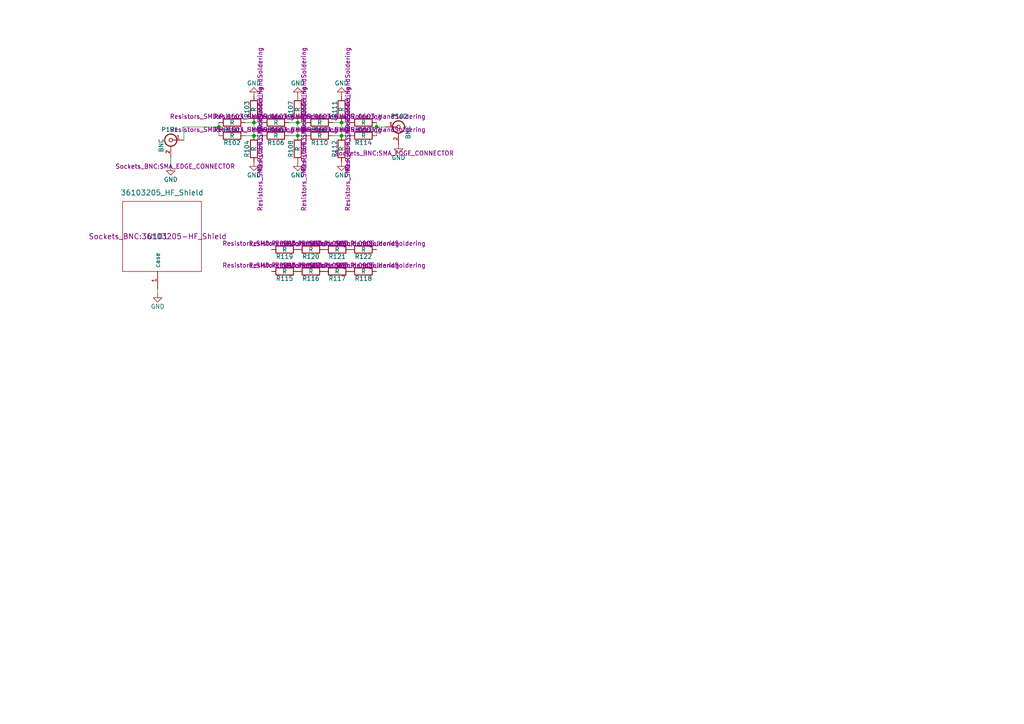
<source format=kicad_sch>
(kicad_sch (version 20230121) (generator eeschema)
  (paper "A4")
  (lib_symbols
    (symbol "rf_biscuit-rescue:36103205_HF_Shield" (pin_names (offset 1.016))
      (property "Reference" "U" (at 0 0 0))
      (property "Value" "36103205_HF_Shield" (at 1.27 12.7 0))
      (symbol "36103205_HF_Shield_0_1"
        (rectangle (start -10.16 10.16) (end 12.7 -10.16))
      )
      (symbol "36103205_HF_Shield_1_1"
        (pin input line (at 0 -15.24 90) (length 5.08) (name "case") (number "1"))
      )
    )
    (symbol "rf_biscuit-rescue:BNC" (pin_names (offset 1.016) hide)
      (property "Reference" "P" (at 0.254 3.048 0))
      (property "Value" "BNC" (at 2.794 -1.524 90))
      (symbol "BNC_0_1"
        (circle (center 0 0) (radius 0.508) (stroke (width 0.2032)))
        (circle (center 0 0) (radius 1.778) (stroke (width 0.3048)))
      )
      (symbol "BNC_1_1"
        (pin passive line (at -3.81 0 0) (length 3.302) (name "In") (number "1"))
        (pin passive line (at 0 -5.08 90) (length 3.302) (name "Ext") (number "2"))
      )
    )
    (symbol "rf_biscuit-rescue:GND" (power) (pin_names (offset 0))
      (property "Value" "GND" (at 0 -3.81 0))
      (symbol "GND_0_1"
        (polyline (pts (xy 0 0) (xy 0 -1.27) (xy 1.27 -1.27) (xy 0 -2.54) (xy -1.27 -1.27) (xy 0 -1.27)))
      )
      (symbol "GND_1_1"
        (pin power_in line (at 0 0 270) (length 0) hide (name "GND") (number "1"))
      )
    )
    (symbol "rf_biscuit-rescue:R" (pin_numbers hide) (pin_names (offset 0))
      (property "Reference" "R" (at 2.032 0 90))
      (property "Value" "R" (at 0 0 90))
      (symbol "R_0_1"
        (rectangle (start -1.016 -2.54) (end 1.016 2.54) (stroke (width 0.254)))
      )
      (symbol "R_1_1"
        (pin passive line (at 0 3.81 270) (length 1.27) (name "~") (number "1"))
        (pin passive line (at 0 -3.81 90) (length 1.27) (name "~") (number "2"))
      )
    )
  )
  (junction (at 109.22 36.83))
  (junction (at 86.36 39.37))
  (junction (at 63.5 36.83))
  (junction (at 99.06 39.37))
  (junction (at 86.36 35.56))
  (junction (at 73.66 35.56))
  (junction (at 99.06 35.56))
  (junction (at 73.66 39.37))
  (wire (pts (xy 63.5 36.83) (xy 63.5 39.37)))
  (wire (pts (xy 71.12 39.37) (xy 73.66 39.37)))
  (wire (pts (xy 86.36 35.56) (xy 86.36 39.37)))
  (wire (pts (xy 71.12 35.56) (xy 73.66 35.56)))
  (wire (pts (xy 99.06 35.56) (xy 101.6 35.56)))
  (wire (pts (xy 96.52 39.37) (xy 99.06 39.37)))
  (wire (pts (xy 111.76 36.83) (xy 109.22 36.83)))
  (wire (pts (xy 109.22 35.56) (xy 109.22 36.83)))
  (wire (pts (xy 63.5 35.56) (xy 63.5 36.83)))
  (wire (pts (xy 73.66 39.37) (xy 73.66 35.56)))
  (wire (pts (xy 86.36 35.56) (xy 88.9 35.56)))
  (wire (pts (xy 73.66 39.37) (xy 76.2 39.37)))
  (wire (pts (xy 109.22 36.83) (xy 109.22 39.37)))
  (wire (pts (xy 53.34 36.83) (xy 53.34 40.64)))
  (wire (pts (xy 63.5 36.83) (xy 53.34 36.83)))
  (wire (pts (xy 49.53 45.72) (xy 49.53 48.26)))
  (wire (pts (xy 96.52 35.56) (xy 99.06 35.56)))
  (wire (pts (xy 83.82 39.37) (xy 86.36 39.37)))
  (wire (pts (xy 99.06 35.56) (xy 99.06 39.37)))
  (wire (pts (xy 99.06 39.37) (xy 101.6 39.37)))
  (wire (pts (xy 83.82 35.56) (xy 86.36 35.56)))
  (wire (pts (xy 86.36 39.37) (xy 88.9 39.37)))
  (wire (pts (xy 45.72 83.82) (xy 45.72 85.09)))
  (wire (pts (xy 73.66 35.56) (xy 76.2 35.56)))
  (symbol (lib_id "rf_biscuit-rescue:BNC") (at 49.53 40.64 0) (mirror y) (unit 1)
    (property "Reference" "P101" (at 49.276 37.592 0))
    (property "Value" "BNC" (at 46.736 42.164 90))
    (property "Footprint" "Sockets_BNC:SMA_EDGE_CONNECTOR" (at 50.8 48.26 0))
  )
  (symbol (lib_id "rf_biscuit-rescue:36103205_HF_Shield") (at 45.72 68.58 0) (unit 1)
    (property "Reference" "U101" (at 45.72 68.58 0) (effects (font (size 1.524 1.524))))
    (property "Value" "36103205_HF_Shield" (at 46.99 55.88 0) (effects (font (size 1.524 1.524))))
    (property "Footprint" "Sockets_BNC:36103205-HF_Shield" (at 45.72 68.58 0) (effects (font (size 1.524 1.524))))
  )
  (symbol (lib_id "rf_biscuit-rescue:GND") (at 45.72 85.09 0) (unit 1)
    (property "Reference" "#PWR101" (effects hide))
    (property "Value" "GND" (at 45.72 88.9 0))
  )
  (symbol (lib_id "rf_biscuit-rescue:GND") (at 49.53 48.26 0) (unit 1)
    (property "Reference" "#PWR102" (effects hide))
    (property "Value" "GND" (at 49.53 52.07 0))
  )
  (symbol (lib_id "rf_biscuit-rescue:R") (at 67.31 35.56 270) (unit 1)
    (property "Reference" "R101" (at 67.31 37.592 90))
    (property "Value" "R" (at 67.31 35.56 90))
    (property "Footprint" "Resistors_SMD:R_0603_HandSoldering" (at 67.31 33.782 90))
  )
  (symbol (lib_id "rf_biscuit-rescue:R") (at 67.31 39.37 270) (unit 1)
    (property "Reference" "R102" (at 67.31 41.402 90))
    (property "Value" "R" (at 67.31 39.37 90))
    (property "Footprint" "Resistors_SMD:R_0603_HandSoldering" (at 67.31 37.592 90))
  )
  (symbol (lib_id "rf_biscuit-rescue:R") (at 73.66 31.75 180) (unit 1)
    (property "Reference" "R103" (at 71.628 31.75 90))
    (property "Value" "R" (at 73.66 31.75 90))
    (property "Footprint" "Resistors_SMD:R_0603_HandSoldering" (at 75.438 31.75 90))
  )
  (symbol (lib_id "rf_biscuit-rescue:R") (at 73.66 43.18 180) (unit 1)
    (property "Reference" "R104" (at 71.628 43.18 90))
    (property "Value" "R" (at 73.66 43.18 90))
    (property "Footprint" "Resistors_SMD:R_0603_HandSoldering" (at 75.438 43.18 90))
  )
  (symbol (lib_id "rf_biscuit-rescue:R") (at 80.01 35.56 270) (unit 1)
    (property "Reference" "R105" (at 80.01 37.592 90))
    (property "Value" "R" (at 80.01 35.56 90))
    (property "Footprint" "Resistors_SMD:R_0603_HandSoldering" (at 80.01 33.782 90))
  )
  (symbol (lib_id "rf_biscuit-rescue:R") (at 80.01 39.37 270) (unit 1)
    (property "Reference" "R106" (at 80.01 41.402 90))
    (property "Value" "R" (at 80.01 39.37 90))
    (property "Footprint" "Resistors_SMD:R_0603_HandSoldering" (at 80.01 37.592 90))
  )
  (symbol (lib_id "rf_biscuit-rescue:R") (at 86.36 31.75 180) (unit 1)
    (property "Reference" "R107" (at 84.328 31.75 90))
    (property "Value" "R" (at 86.36 31.75 90))
    (property "Footprint" "Resistors_SMD:R_0603_HandSoldering" (at 88.138 31.75 90))
  )
  (symbol (lib_id "rf_biscuit-rescue:R") (at 86.36 43.18 180) (unit 1)
    (property "Reference" "R108" (at 84.328 43.18 90))
    (property "Value" "R" (at 86.36 43.18 90))
    (property "Footprint" "Resistors_SMD:R_0603_HandSoldering" (at 88.138 43.18 90))
  )
  (symbol (lib_id "rf_biscuit-rescue:R") (at 92.71 35.56 270) (unit 1)
    (property "Reference" "R109" (at 92.71 37.592 90))
    (property "Value" "R" (at 92.71 35.56 90))
    (property "Footprint" "Resistors_SMD:R_0603_HandSoldering" (at 92.71 33.782 90))
  )
  (symbol (lib_id "rf_biscuit-rescue:R") (at 92.71 39.37 270) (unit 1)
    (property "Reference" "R110" (at 92.71 41.402 90))
    (property "Value" "R" (at 92.71 39.37 90))
    (property "Footprint" "Resistors_SMD:R_0603_HandSoldering" (at 92.71 37.592 90))
  )
  (symbol (lib_id "rf_biscuit-rescue:R") (at 99.06 31.75 180) (unit 1)
    (property "Reference" "R111" (at 97.028 31.75 90))
    (property "Value" "R" (at 99.06 31.75 90))
    (property "Footprint" "Resistors_SMD:R_0603_HandSoldering" (at 100.838 31.75 90))
  )
  (symbol (lib_id "rf_biscuit-rescue:R") (at 99.06 43.18 180) (unit 1)
    (property "Reference" "R112" (at 97.028 43.18 90))
    (property "Value" "R" (at 99.06 43.18 90))
    (property "Footprint" "Resistors_SMD:R_0603_HandSoldering" (at 100.838 43.18 90))
  )
  (symbol (lib_id "rf_biscuit-rescue:BNC") (at 115.57 36.83 0) (unit 1)
    (property "Reference" "P102" (at 115.824 33.782 0))
    (property "Value" "BNC" (at 118.364 38.354 90))
    (property "Footprint" "Sockets_BNC:SMA_EDGE_CONNECTOR" (at 114.3 44.45 0))
  )
  (symbol (lib_id "rf_biscuit-rescue:GND") (at 73.66 46.99 0) (unit 1)
    (property "Reference" "#PWR104" (effects hide))
    (property "Value" "GND" (at 73.66 50.8 0))
  )
  (symbol (lib_id "rf_biscuit-rescue:GND") (at 86.36 46.99 0) (unit 1)
    (property "Reference" "#PWR106" (effects hide))
    (property "Value" "GND" (at 86.36 50.8 0))
  )
  (symbol (lib_id "rf_biscuit-rescue:GND") (at 99.06 46.99 0) (unit 1)
    (property "Reference" "#PWR108" (effects hide))
    (property "Value" "GND" (at 99.06 50.8 0))
  )
  (symbol (lib_id "rf_biscuit-rescue:GND") (at 99.06 27.94 180) (unit 1)
    (property "Reference" "#PWR107" (effects hide))
    (property "Value" "GND" (at 99.06 24.13 0))
  )
  (symbol (lib_id "rf_biscuit-rescue:GND") (at 86.36 27.94 180) (unit 1)
    (property "Reference" "#PWR105" (effects hide))
    (property "Value" "GND" (at 86.36 24.13 0))
  )
  (symbol (lib_id "rf_biscuit-rescue:GND") (at 73.66 27.94 180) (unit 1)
    (property "Reference" "#PWR103" (effects hide))
    (property "Value" "GND" (at 73.66 24.13 0))
  )
  (symbol (lib_id "rf_biscuit-rescue:GND") (at 115.57 41.91 0) (unit 1)
    (property "Reference" "#PWR109" (effects hide))
    (property "Value" "GND" (at 115.57 45.72 0))
  )
  (symbol (lib_id "rf_biscuit-rescue:R") (at 105.41 35.56 270) (unit 1)
    (property "Reference" "R113" (at 105.41 37.592 90))
    (property "Value" "R" (at 105.41 35.56 90))
    (property "Footprint" "Resistors_SMD:R_0603_HandSoldering" (at 105.41 33.782 90))
  )
  (symbol (lib_id "rf_biscuit-rescue:R") (at 105.41 39.37 270) (unit 1)
    (property "Reference" "R114" (at 105.41 41.402 90))
    (property "Value" "R" (at 105.41 39.37 90))
    (property "Footprint" "Resistors_SMD:R_0603_HandSoldering" (at 105.41 37.592 90))
  )
  (symbol (lib_id "rf_biscuit-rescue:R") (at 82.55 78.74 270) (unit 1)
    (property "Reference" "R115" (at 82.55 80.772 90))
    (property "Value" "R" (at 82.55 78.74 90))
    (property "Footprint" "Resistors_SMD:R_0805_HandSoldering" (at 82.55 76.962 90))
  )
  (symbol (lib_id "rf_biscuit-rescue:R") (at 90.17 78.74 270) (unit 1)
    (property "Reference" "R116" (at 90.17 80.772 90))
    (property "Value" "R" (at 90.17 78.74 90))
    (property "Footprint" "Resistors_SMD:R_0805_HandSoldering" (at 90.17 76.962 90))
  )
  (symbol (lib_id "rf_biscuit-rescue:R") (at 97.79 78.74 270) (unit 1)
    (property "Reference" "R117" (at 97.79 80.772 90))
    (property "Value" "R" (at 97.79 78.74 90))
    (property "Footprint" "Resistors_SMD:R_0805_HandSoldering" (at 97.79 76.962 90))
  )
  (symbol (lib_id "rf_biscuit-rescue:R") (at 105.41 78.74 270) (unit 1)
    (property "Reference" "R118" (at 105.41 80.772 90))
    (property "Value" "R" (at 105.41 78.74 90))
    (property "Footprint" "Resistors_SMD:R_0805_HandSoldering" (at 105.41 76.962 90))
  )
  (symbol (lib_id "rf_biscuit-rescue:R") (at 82.55 72.39 270) (unit 1)
    (property "Reference" "R119" (at 82.55 74.422 90))
    (property "Value" "R" (at 82.55 72.39 90))
    (property "Footprint" "Resistors_SMD:R_0805_HandSoldering" (at 82.55 70.612 90))
  )
  (symbol (lib_id "rf_biscuit-rescue:R") (at 90.17 72.39 270) (unit 1)
    (property "Reference" "R120" (at 90.17 74.422 90))
    (property "Value" "R" (at 90.17 72.39 90))
    (property "Footprint" "Resistors_SMD:R_0805_HandSoldering" (at 90.17 70.612 90))
  )
  (symbol (lib_id "rf_biscuit-rescue:R") (at 97.79 72.39 270) (unit 1)
    (property "Reference" "R121" (at 97.79 74.422 90))
    (property "Value" "R" (at 97.79 72.39 90))
    (property "Footprint" "Resistors_SMD:R_0805_HandSoldering" (at 97.79 70.612 90))
  )
  (symbol (lib_id "rf_biscuit-rescue:R") (at 105.41 72.39 270) (unit 1)
    (property "Reference" "R122" (at 105.41 74.422 90))
    (property "Value" "R" (at 105.41 72.39 90))
    (property "Footprint" "Resistors_SMD:R_0805_HandSoldering" (at 105.41 70.612 90))
  )
)
</source>
